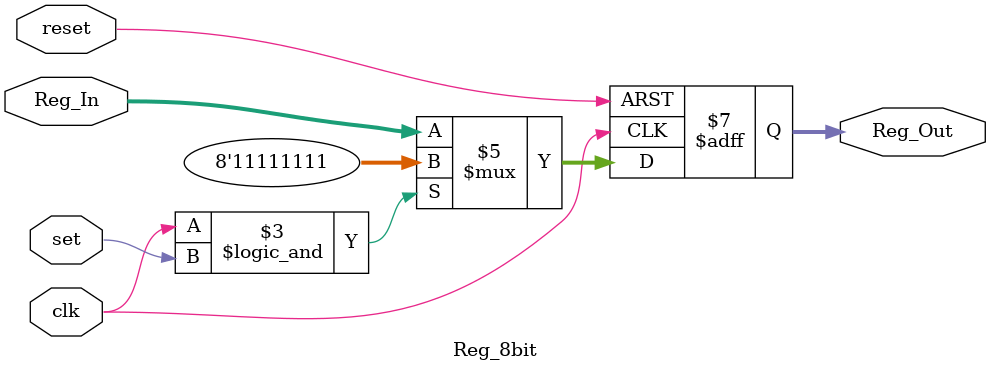
<source format=v>
module Reg_8bit(reset, set, clk, Reg_In, Reg_Out);
input reset, set, clk;
input  [7:0] Reg_In;
output [7:0] Reg_Out;
reg    [7:0] Reg_Out;
always @(negedge reset or posedge clk)
    if(!reset)
        Reg_Out = 8'b0000_0000;
    else
        if(clk && set) //reset = 1 and clk = 1
            Reg_Out = 8'b1111_1111;
        else
            Reg_Out = Reg_In;
endmodule

</source>
